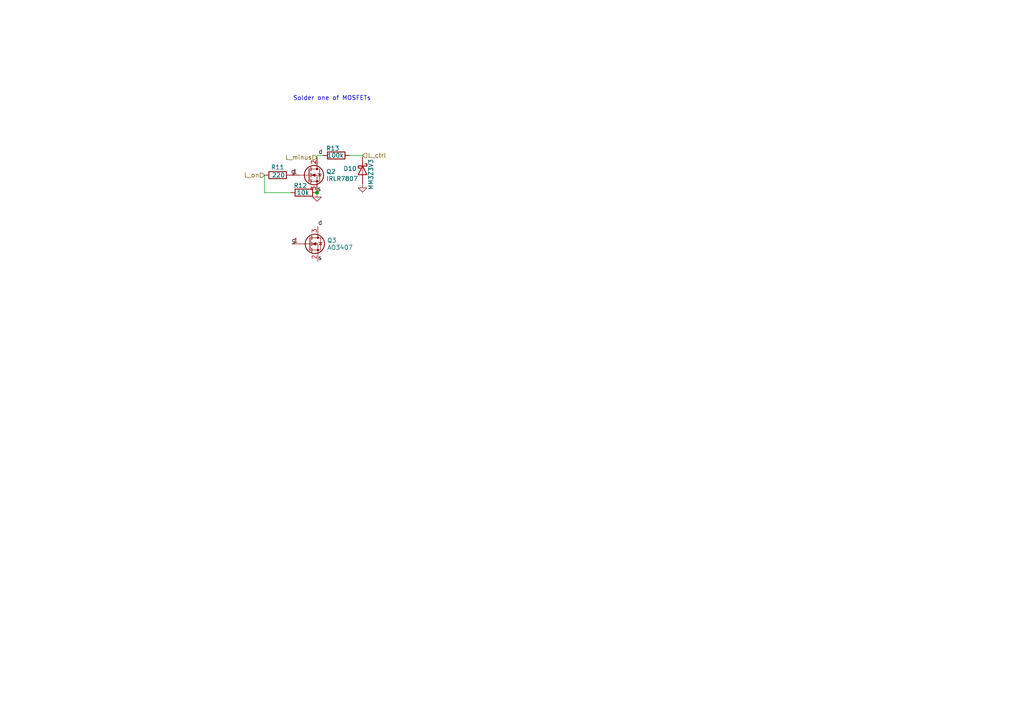
<source format=kicad_sch>
(kicad_sch (version 20231120) (generator "eeschema") (generator_version "8.0")
  (paper "A4")
  (lib_symbols
    (symbol "Device:D_Schottky" (pin_numbers hide) (pin_names (offset 1.016) hide)
      (property "Reference" "D" (at 0 2.54 0))
      (property "Value" "D_Schottky" (at 0 -2.54 0))
      (symbol "D_Schottky_0_1"
        (polyline (pts (xy 1.27 0) (xy -1.27 0)))
        (polyline (pts (xy 1.27 1.27) (xy 1.27 -1.27) (xy -1.27 0) (xy 1.27 1.27)) (stroke (width 0.254)))
        (polyline (pts (xy -1.905 0.635) (xy -1.905 1.27) (xy -1.27 1.27) (xy -1.27 -1.27) (xy -0.635 -1.27) (xy -0.635 -0.635)) (stroke (width 0.254)))
      )
      (symbol "D_Schottky_1_1"
        (pin passive line (at -3.81 0 0) (length 2.54) (name "K") (number "1"))
        (pin passive line (at 3.81 0 180) (length 2.54) (name "A") (number "2"))
      )
    )
    (symbol "Device:Q_NMOS_GDS" (pin_names (offset 0) hide)
      (property "Reference" "Q" (at 5.08 1.27 0))
      (property "Value" "Q_NMOS_GDS" (at 5.08 -1.27 0))
      (symbol "Q_NMOS_GDS_0_1"
        (polyline (pts (xy 0.254 0) (xy -2.54 0)))
        (polyline (pts (xy 0.254 1.905) (xy 0.254 -1.905)) (stroke (width 0.254)))
        (polyline (pts (xy 0.762 -1.27) (xy 0.762 -2.286)) (stroke (width 0.254)))
        (polyline (pts (xy 0.762 0.508) (xy 0.762 -0.508)) (stroke (width 0.254)))
        (polyline (pts (xy 0.762 2.286) (xy 0.762 1.27)) (stroke (width 0.254)))
        (polyline (pts (xy 2.54 2.54) (xy 2.54 1.778)))
        (polyline (pts (xy 2.54 -2.54) (xy 2.54 0) (xy 0.762 0)))
        (polyline (pts (xy 0.762 -1.778) (xy 3.302 -1.778) (xy 3.302 1.778) (xy 0.762 1.778)))
        (polyline (pts (xy 1.016 0) (xy 2.032 0.381) (xy 2.032 -0.381) (xy 1.016 0)) (fill (type outline)))
        (polyline (pts (xy 2.794 0.508) (xy 2.921 0.381) (xy 3.683 0.381) (xy 3.81 0.254)))
        (polyline (pts (xy 3.302 0.381) (xy 2.921 -0.254) (xy 3.683 -0.254) (xy 3.302 0.381)))
        (circle (center 1.651 0) (radius 2.794) (stroke (width 0.254)))
        (circle (center 2.54 -1.778) (radius 0.254) (fill (type outline)))
        (circle (center 2.54 1.778) (radius 0.254) (fill (type outline)))
      )
      (symbol "Q_NMOS_GDS_1_1"
        (pin input line (at -5.08 0 0) (length 2.54) (name "G") (number "1"))
        (pin passive line (at 2.54 5.08 270) (length 2.54) (name "D") (number "2"))
        (pin passive line (at 2.54 -5.08 90) (length 2.54) (name "S") (number "3"))
      )
    )
    (symbol "Device:Q_NMOS_GSD" (pin_names (offset 0) hide)
      (property "Reference" "Q" (at 5.08 1.27 0))
      (property "Value" "Q_NMOS_GSD" (at 5.08 -1.27 0))
      (symbol "Q_NMOS_GSD_0_1"
        (polyline (pts (xy 0.254 0) (xy -2.54 0)))
        (polyline (pts (xy 0.254 1.905) (xy 0.254 -1.905)) (stroke (width 0.254)))
        (polyline (pts (xy 0.762 -1.27) (xy 0.762 -2.286)) (stroke (width 0.254)))
        (polyline (pts (xy 0.762 0.508) (xy 0.762 -0.508)) (stroke (width 0.254)))
        (polyline (pts (xy 0.762 2.286) (xy 0.762 1.27)) (stroke (width 0.254)))
        (polyline (pts (xy 2.54 2.54) (xy 2.54 1.778)))
        (polyline (pts (xy 2.54 -2.54) (xy 2.54 0) (xy 0.762 0)))
        (polyline (pts (xy 0.762 -1.778) (xy 3.302 -1.778) (xy 3.302 1.778) (xy 0.762 1.778)))
        (polyline (pts (xy 1.016 0) (xy 2.032 0.381) (xy 2.032 -0.381) (xy 1.016 0)) (fill (type outline)))
        (polyline (pts (xy 2.794 0.508) (xy 2.921 0.381) (xy 3.683 0.381) (xy 3.81 0.254)))
        (polyline (pts (xy 3.302 0.381) (xy 2.921 -0.254) (xy 3.683 -0.254) (xy 3.302 0.381)))
        (circle (center 1.651 0) (radius 2.794) (stroke (width 0.254)))
        (circle (center 2.54 -1.778) (radius 0.254) (fill (type outline)))
        (circle (center 2.54 1.778) (radius 0.254) (fill (type outline)))
      )
      (symbol "Q_NMOS_GSD_1_1"
        (pin input line (at -5.08 0 0) (length 2.54) (name "G") (number "1"))
        (pin passive line (at 2.54 -5.08 90) (length 2.54) (name "S") (number "2"))
        (pin passive line (at 2.54 5.08 270) (length 2.54) (name "D") (number "3"))
      )
    )
    (symbol "Device:R" (pin_numbers hide) (pin_names (offset 0))
      (property "Reference" "R" (at 2.032 0 90))
      (property "Value" "R" (at 0 0 90))
      (symbol "R_0_1"
        (rectangle (start -1.016 -2.54) (end 1.016 2.54) (stroke (width 0.254)))
      )
      (symbol "R_1_1"
        (pin passive line (at 0 3.81 270) (length 1.27) (name "~") (number "1"))
        (pin passive line (at 0 -3.81 90) (length 1.27) (name "~") (number "2"))
      )
    )
    (symbol "GND_3" (power) (pin_names (offset 0))
      (property "Value" "GND_3" (at 0 -3.81 0))
      (symbol "GND_3_0_1"
        (polyline (pts (xy 0 0) (xy 0 -1.27) (xy 1.27 -1.27) (xy 0 -2.54) (xy -1.27 -1.27) (xy 0 -1.27)))
      )
      (symbol "GND_3_1_1"
        (pin power_in line (at 0 0 270) (length 0) hide (name "GND") (number "1"))
      )
    )
  )
  (junction (at 91.948 55.88))
  (wire (pts (xy 76.708 55.88) (xy 76.708 50.8)))
  (wire (pts (xy 105.156 45.085) (xy 101.346 45.085)))
  (wire (pts (xy 91.948 45.085) (xy 91.948 45.72)))
  (wire (pts (xy 84.328 55.88) (xy 76.708 55.88)))
  (wire (pts (xy 93.726 45.085) (xy 91.948 45.085)))
  (wire (pts (xy 105.156 45.593) (xy 105.156 45.085)))
  (text "Solder one of MOSFETs" (at 84.963 29.337 0) (effects (font (size 1.27 1.27)) (justify left bottom)))
  (label "g" (at 84.582 70.739 0))
  (label "d" (at 92.202 65.659 0))
  (label "s" (at 91.948 55.88 0))
  (label "d" (at 92.3121 45.085 0))
  (label "s" (at 92.202 75.819 0))
  (label "g" (at 84.328 50.8 0))
  (hierarchical_label "L_ctrl" (shape input) (at 105.156 45.085 0))
  (hierarchical_label "L_minus" (shape input) (at 91.948 45.6549 180))
  (hierarchical_label "L_on" (shape input) (at 76.708 50.8 180))
  (symbol (lib_name "GND_3") (lib_id "power:GND") (at 91.948 55.88 0) (mirror y) (unit 1)
    (property "Reference" "#PWR032" (effects (hide yes)))
    (property "Value" "GND" (effects (hide yes)))
    (instances (project "lamps" (path "" (reference "#PWR032") (unit 1)) (path "" (reference "#PWR040") (unit 1))))
  )
  (symbol (lib_id "Device:D_Schottky") (at 105.156 49.403 270) (unit 1)
    (property "Reference" "D10" (at 99.568 48.895 90) (effects (justify left)))
    (property "Value" "MM3Z3V3" (at 107.569 46.101 0) (effects (justify left)))
    (property "Footprint" "Diode_SMD:D_0805_2012Metric_Pad1.15x1.40mm_HandSolder" (effects (hide yes)))
    (instances (project "lamps" (path "" (reference "D10") (unit 1)) (path "" (reference "D14") (unit 1))))
  )
  (symbol (lib_id "Device:R") (at 88.138 55.88 270) (unit 1)
    (property "Reference" "R12" (at 87.122 53.848 90))
    (property "Value" "10k" (at 87.884 55.88 90))
    (property "Footprint" "Resistor_SMD:R_0603_1608Metric_Pad0.98x0.95mm_HandSolder" (effects (hide yes)))
    (instances (project "lamps" (path "" (reference "R12") (unit 1)) (path "" (reference "R24") (unit 1))))
  )
  (symbol (lib_id "Device:R") (at 97.536 45.085 270) (unit 1)
    (property "Reference" "R13" (at 96.52 43.053 90))
    (property "Value" "100k" (at 97.282 45.085 90))
    (property "Footprint" "Resistor_SMD:R_0603_1608Metric_Pad0.98x0.95mm_HandSolder" (effects (hide yes)))
    (instances (project "lamps" (path "" (reference "R13") (unit 1)) (path "" (reference "R25") (unit 1))))
  )
  (symbol (lib_id "Device:Q_NMOS_GSD") (at 89.662 70.739 0) (unit 1)
    (property "Reference" "Q3" (at 94.869 69.715 0) (effects (justify left)))
    (property "Value" "AO3407" (at 94.869 71.763 0) (effects (justify left)))
    (property "Footprint" "Package_TO_SOT_SMD:SOT-23_Handsoldering" (effects (hide yes)))
    (instances (project "lamps" (path "" (reference "Q3") (unit 1)) (path "" (reference "Q8") (unit 1))))
  )
  (symbol (lib_name "GND_3") (lib_id "power:GND") (at 105.156 53.213 0) (mirror y) (unit 1)
    (property "Reference" "#PWR033" (effects (hide yes)))
    (property "Value" "GND" (effects (hide yes)))
    (instances (project "lamps" (path "" (reference "#PWR033") (unit 1)) (path "" (reference "#PWR041") (unit 1))))
  )
  (symbol (lib_id "Device:Q_NMOS_GDS") (at 89.408 50.8 0) (unit 1)
    (property "Reference" "Q2" (at 94.615 49.776 0) (effects (justify left)))
    (property "Value" "IRLR7807" (at 94.615 51.824 0) (effects (justify left)))
    (property "Footprint" "Package_TO_SOT_SMD:TO-252-3_TabPin2" (effects (hide yes)))
    (instances (project "lamps" (path "" (reference "Q2") (unit 1)) (path "" (reference "Q7") (unit 1))))
  )
  (symbol (lib_id "Device:R") (at 80.518 50.8 90) (unit 1)
    (property "Reference" "R11" (at 80.518 48.514 90))
    (property "Value" "220" (at 80.772 50.8 90))
    (property "Footprint" "Resistor_SMD:R_0603_1608Metric_Pad0.98x0.95mm_HandSolder" (effects (hide yes)))
    (instances (project "lamps" (path "" (reference "R11") (unit 1)) (path "" (reference "R23") (unit 1))))
  )
)
</source>
